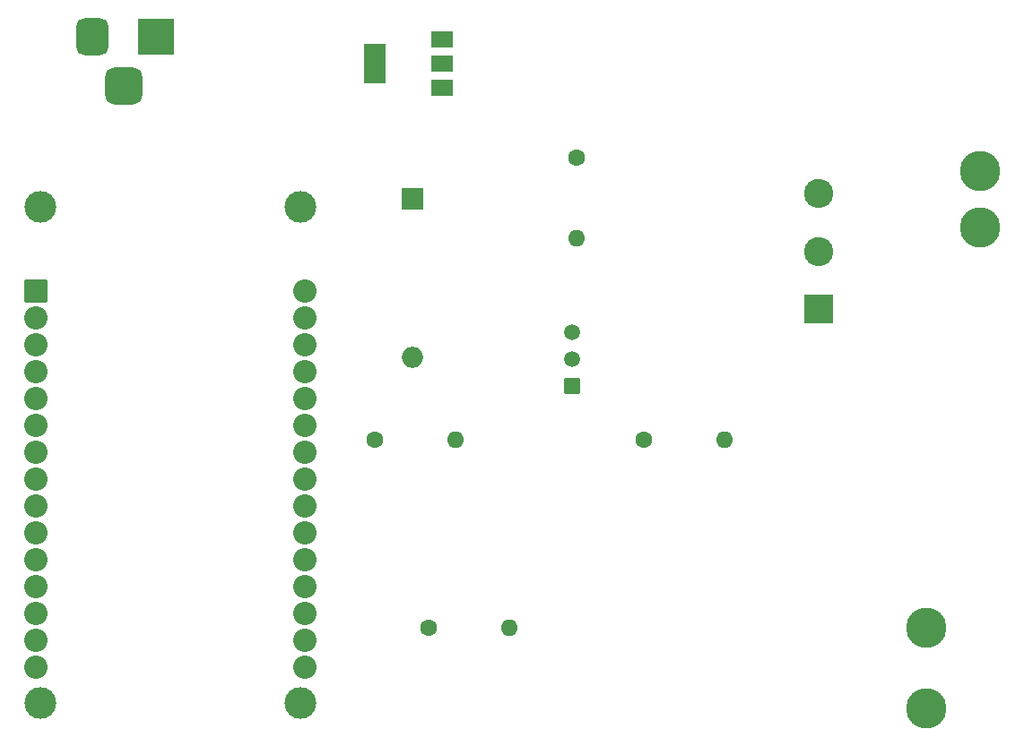
<source format=gbr>
%TF.GenerationSoftware,KiCad,Pcbnew,7.0.9*%
%TF.CreationDate,2023-11-29T01:17:11-05:00*%
%TF.ProjectId,Control Tempeture,436f6e74-726f-46c2-9054-656d70657475,rev?*%
%TF.SameCoordinates,Original*%
%TF.FileFunction,Soldermask,Top*%
%TF.FilePolarity,Negative*%
%FSLAX46Y46*%
G04 Gerber Fmt 4.6, Leading zero omitted, Abs format (unit mm)*
G04 Created by KiCad (PCBNEW 7.0.9) date 2023-11-29 01:17:11*
%MOMM*%
%LPD*%
G01*
G04 APERTURE LIST*
G04 Aperture macros list*
%AMRoundRect*
0 Rectangle with rounded corners*
0 $1 Rounding radius*
0 $2 $3 $4 $5 $6 $7 $8 $9 X,Y pos of 4 corners*
0 Add a 4 corners polygon primitive as box body*
4,1,4,$2,$3,$4,$5,$6,$7,$8,$9,$2,$3,0*
0 Add four circle primitives for the rounded corners*
1,1,$1+$1,$2,$3*
1,1,$1+$1,$4,$5*
1,1,$1+$1,$6,$7*
1,1,$1+$1,$8,$9*
0 Add four rect primitives between the rounded corners*
20,1,$1+$1,$2,$3,$4,$5,0*
20,1,$1+$1,$4,$5,$6,$7,0*
20,1,$1+$1,$6,$7,$8,$9,0*
20,1,$1+$1,$8,$9,$2,$3,0*%
G04 Aperture macros list end*
%ADD10R,2.000000X2.000000*%
%ADD11O,2.000000X2.000000*%
%ADD12C,3.000000*%
%ADD13RoundRect,0.102000X-1.000000X-1.000000X1.000000X-1.000000X1.000000X1.000000X-1.000000X1.000000X0*%
%ADD14C,2.204000*%
%ADD15C,3.800000*%
%ADD16C,1.600000*%
%ADD17O,1.600000X1.600000*%
%ADD18RoundRect,0.102000X0.649000X-0.649000X0.649000X0.649000X-0.649000X0.649000X-0.649000X-0.649000X0*%
%ADD19C,1.502000*%
%ADD20RoundRect,0.102000X1.275000X-1.275000X1.275000X1.275000X-1.275000X1.275000X-1.275000X-1.275000X0*%
%ADD21C,2.754000*%
%ADD22R,2.000000X1.500000*%
%ADD23R,2.000000X3.800000*%
%ADD24R,3.500000X3.500000*%
%ADD25RoundRect,0.750000X-0.750000X-1.000000X0.750000X-1.000000X0.750000X1.000000X-0.750000X1.000000X0*%
%ADD26RoundRect,0.875000X-0.875000X-0.875000X0.875000X-0.875000X0.875000X0.875000X-0.875000X0.875000X0*%
G04 APERTURE END LIST*
D10*
%TO.C,C1*%
X98817500Y-61080000D03*
D11*
X98817500Y-76080000D03*
%TD*%
D12*
%TO.C,U1*%
X63705000Y-61800000D03*
X63705000Y-108750000D03*
X88215000Y-61800000D03*
X88215000Y-108750000D03*
D13*
X63285000Y-69760000D03*
D14*
X63285000Y-72300000D03*
X63285000Y-74840000D03*
X63285000Y-77380000D03*
X63285000Y-79920000D03*
X63285000Y-82460000D03*
X63285000Y-85000000D03*
X63285000Y-87540000D03*
X63285000Y-90080000D03*
X63285000Y-92620000D03*
X63285000Y-95160000D03*
X63285000Y-97700000D03*
X63285000Y-100240000D03*
X63285000Y-102780000D03*
X63285000Y-105320000D03*
X88685000Y-105320000D03*
X88685000Y-102780000D03*
X88685000Y-100240000D03*
X88685000Y-97700000D03*
X88685000Y-95160000D03*
X88685000Y-92620000D03*
X88685000Y-90080000D03*
X88685000Y-87540000D03*
X88685000Y-85000000D03*
X88685000Y-82460000D03*
X88685000Y-79920000D03*
X88685000Y-77380000D03*
X88685000Y-74840000D03*
X88685000Y-72300000D03*
X88685000Y-69760000D03*
%TD*%
D15*
%TO.C,H4*%
X147320000Y-101600000D03*
%TD*%
D16*
%TO.C,R4*%
X100330000Y-101600000D03*
D17*
X107950000Y-101600000D03*
%TD*%
D16*
%TO.C,R2*%
X120650000Y-83820000D03*
D17*
X128270000Y-83820000D03*
%TD*%
D15*
%TO.C,H3*%
X147320000Y-109220000D03*
%TD*%
%TO.C,H1*%
X152400000Y-58420000D03*
%TD*%
%TO.C,H2*%
X152400000Y-63770000D03*
%TD*%
D16*
%TO.C,R1*%
X114300000Y-57150000D03*
D17*
X114300000Y-64770000D03*
%TD*%
D18*
%TO.C,Q1*%
X113880000Y-78740000D03*
D19*
X113880000Y-76200000D03*
X113880000Y-73660000D03*
%TD*%
D20*
%TO.C,Q2*%
X137160000Y-71490000D03*
D21*
X137160000Y-66040000D03*
X137160000Y-60590000D03*
%TD*%
D16*
%TO.C,R3*%
X95250000Y-83820000D03*
D17*
X102870000Y-83820000D03*
%TD*%
D22*
%TO.C,U2*%
X101600000Y-50560000D03*
X101600000Y-48260000D03*
D23*
X95300000Y-48260000D03*
D22*
X101600000Y-45960000D03*
%TD*%
D24*
%TO.C,J1*%
X74580000Y-45720000D03*
D25*
X68580000Y-45720000D03*
D26*
X71580000Y-50420000D03*
%TD*%
M02*

</source>
